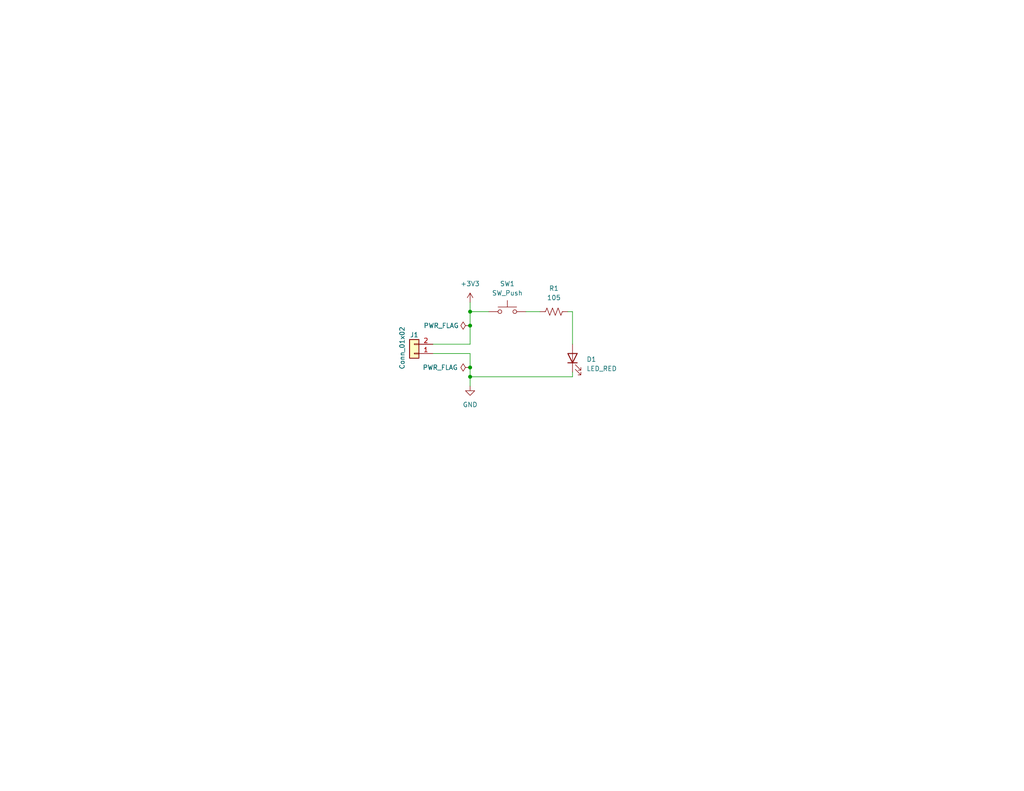
<source format=kicad_sch>
(kicad_sch (version 20231120) (generator "eeschema") (generator_version "8.0")
  (paper "USLetter")
  (title_block (title "Onboarding1ProjectSchem") (date "2025-09-12") (rev "0.0") (company "Illini Solar Car") (comment 1 "Designed By: Pedro Couto"))
  (lib_symbols
    (symbol "Connector_Generic:Conn_01x02" (pin_names (offset 1.016) hide)
      (property "Reference" "J" (at 0 2.54 0))
      (property "Value" "Conn_01x02" (at 0 -5.08 0))
      (symbol "Conn_01x02_1_1"
        (rectangle (start -1.27 -2.413) (end 0 -2.667) (stroke (width 0.1524)))
        (rectangle (start -1.27 0.127) (end 0 -0.127) (stroke (width 0.1524)))
        (rectangle (start -1.27 1.27) (end 1.27 -3.81) (stroke (width 0.254)) (fill (type background)))
        (pin passive line (at -5.08 0 0) (length 3.81) (name "Pin_1") (number "1"))
        (pin passive line (at -5.08 -2.54 0) (length 3.81) (name "Pin_2") (number "2"))
      )
    )
    (symbol "Device:LED" (pin_numbers hide) (pin_names (offset 1.016) hide)
      (property "Reference" "D" (at 0 2.54 0))
      (property "Value" "LED" (at 0 -2.54 0))
      (symbol "LED_0_1"
        (polyline (pts (xy -1.27 -1.27) (xy -1.27 1.27)) (stroke (width 0.254)))
        (polyline (pts (xy -1.27 0) (xy 1.27 0)))
        (polyline (pts (xy 1.27 -1.27) (xy 1.27 1.27) (xy -1.27 0) (xy 1.27 -1.27)) (stroke (width 0.254)))
        (polyline (pts (xy -3.048 -0.762) (xy -4.572 -2.286) (xy -3.81 -2.286) (xy -4.572 -2.286) (xy -4.572 -1.524)))
        (polyline (pts (xy -1.778 -0.762) (xy -3.302 -2.286) (xy -2.54 -2.286) (xy -3.302 -2.286) (xy -3.302 -1.524)))
      )
      (symbol "LED_1_1"
        (pin passive line (at -3.81 0 0) (length 2.54) (name "K") (number "1"))
        (pin passive line (at 3.81 0 180) (length 2.54) (name "A") (number "2"))
      )
    )
    (symbol "Device:R_US" (pin_numbers hide) (pin_names (offset 0))
      (property "Reference" "R" (at 2.54 0 90))
      (property "Value" "R_US" (at -2.54 0 90))
      (symbol "R_US_0_1"
        (polyline (pts (xy 0 -2.286) (xy 0 -2.54)))
        (polyline (pts (xy 0 2.286) (xy 0 2.54)))
        (polyline (pts (xy 0 -0.762) (xy 1.016 -1.143) (xy 0 -1.524) (xy -1.016 -1.905) (xy 0 -2.286)))
        (polyline (pts (xy 0 0.762) (xy 1.016 0.381) (xy 0 0) (xy -1.016 -0.381) (xy 0 -0.762)))
        (polyline (pts (xy 0 2.286) (xy 1.016 1.905) (xy 0 1.524) (xy -1.016 1.143) (xy 0 0.762)))
      )
      (symbol "R_US_1_1"
        (pin passive line (at 0 3.81 270) (length 1.27) (name "~") (number "1"))
        (pin passive line (at 0 -3.81 90) (length 1.27) (name "~") (number "2"))
      )
    )
    (symbol "Switch:SW_Push" (pin_numbers hide) (pin_names (offset 1.016) hide)
      (property "Reference" "SW" (at 1.27 2.54 0))
      (property "Value" "SW_Push" (at 0 -1.524 0))
      (symbol "SW_Push_0_1"
        (circle (center -2.032 0) (radius 0.508))
        (polyline (pts (xy 0 1.27) (xy 0 3.048)))
        (polyline (pts (xy 2.54 1.27) (xy -2.54 1.27)))
        (circle (center 2.032 0) (radius 0.508))
        (pin passive line (at -5.08 0 0) (length 2.54) (name "1") (number "1"))
        (pin passive line (at 5.08 0 180) (length 2.54) (name "2") (number "2"))
      )
    )
    (symbol "power:+3V3" (power) (pin_names (offset 0))
      (property "Value" "+3V3" (at 0 3.556 0))
      (symbol "+3V3_0_1"
        (polyline (pts (xy -0.762 1.27) (xy 0 2.54)))
        (polyline (pts (xy 0 0) (xy 0 2.54)))
        (polyline (pts (xy 0 2.54) (xy 0.762 1.27)))
      )
      (symbol "+3V3_1_1"
        (pin power_in line (at 0 0 90) (length 0) hide (name "+3V3") (number "1"))
      )
    )
    (symbol "power:GND" (power) (pin_names (offset 0))
      (property "Value" "GND" (at 0 -3.81 0))
      (symbol "GND_0_1"
        (polyline (pts (xy 0 0) (xy 0 -1.27) (xy 1.27 -1.27) (xy 0 -2.54) (xy -1.27 -1.27) (xy 0 -1.27)))
      )
      (symbol "GND_1_1"
        (pin power_in line (at 0 0 270) (length 0) hide (name "GND") (number "1"))
      )
    )
    (symbol "power:PWR_FLAG" (power) (pin_numbers hide) (pin_names (offset 0) hide)
      (property "Value" "PWR_FLAG" (at 0 3.81 0))
      (symbol "PWR_FLAG_0_0"
        (pin power_out line (at 0 0 90) (length 0) (name "pwr") (number "1"))
      )
      (symbol "PWR_FLAG_0_1"
        (polyline (pts (xy 0 0) (xy 0 1.27) (xy -1.016 1.905) (xy 0 2.54) (xy 1.016 1.905) (xy 0 1.27)))
      )
    )
  )
  (junction (at 128.27 102.87))
  (junction (at 128.27 88.9))
  (junction (at 128.27 85.09))
  (junction (at 128.27 100.33))
  (wire (pts (xy 128.27 96.52) (xy 128.27 100.33)))
  (wire (pts (xy 128.27 88.9) (xy 128.27 93.98)))
  (wire (pts (xy 128.27 82.55) (xy 128.27 85.09)))
  (wire (pts (xy 128.27 102.87) (xy 156.21 102.87)))
  (wire (pts (xy 118.11 96.52) (xy 128.27 96.52)))
  (wire (pts (xy 154.94 85.09) (xy 156.21 85.09)))
  (wire (pts (xy 128.27 85.09) (xy 128.27 88.9)))
  (wire (pts (xy 118.11 93.98) (xy 128.27 93.98)))
  (wire (pts (xy 128.27 85.09) (xy 133.35 85.09)))
  (wire (pts (xy 156.21 85.09) (xy 156.21 93.98)))
  (wire (pts (xy 143.51 85.09) (xy 147.32 85.09)))
  (wire (pts (xy 128.27 105.41) (xy 128.27 102.87)))
  (wire (pts (xy 156.21 101.6) (xy 156.21 102.87)))
  (wire (pts (xy 128.27 100.33) (xy 128.27 102.87)))
  (symbol (lib_id "power:GND") (at 128.27 105.41 0) (unit 1)
    (property "Reference" "#PWR02" (effects (hide yes)))
    (property "Value" "GND" (at 128.27 110.49 0))
    (property "Description" "Power symbol creates a global label with name \"GND\" , ground" (effects (hide yes)))
  )
  (symbol (lib_id "power:PWR_FLAG") (at 128.27 88.9 90) (unit 1)
    (property "Reference" "#FLG01" (effects (hide yes)))
    (property "Value" "PWR_FLAG" (at 125.222 88.9 90) (effects (justify left)))
    (property "Description" "Special symbol for telling ERC where power comes from" (effects (hide yes)))
  )
  (symbol (lib_id "Switch:SW_Push") (at 138.43 85.09 0) (unit 1)
    (property "Reference" "SW1" (at 138.43 77.47 0))
    (property "Value" "SW_Push" (at 138.43 80.01 0))
    (property "Footprint" "Button_Switch_SMD:SW_DIP_SPSTx01_Slide_6.7x4.1mm_W8.61mm_P2.54mm_LowProfile" (effects (hide yes)))
    (property "Datasheet" "~https://www.te.com/commerce/DocumentDelivery/DDEController?Action=srchrtrv&DocNm=1308111-1_SWITCHES_CORE_PROGRAM_CATALOG&DocType=Catalog%20Section&DocLang=English&DocFormat=pdf&PartCntxt=1825910-6" (effects (hide yes)))
    (property "Description" "Push button switch, generic, two pins" (effects (hide yes)))
    (property "MPN" "1825910-6" (effects (hide yes)))
  )
  (symbol (lib_id "power:PWR_FLAG") (at 128.27 100.33 90) (unit 1)
    (property "Reference" "#FLG02" (effects (hide yes)))
    (property "Value" "PWR_FLAG" (at 124.968 100.33 90) (effects (justify left)))
    (property "Description" "Special symbol for telling ERC where power comes from" (effects (hide yes)))
  )
  (symbol (lib_id "Connector_Generic:Conn_01x02") (at 113.03 96.52 180) (unit 1)
    (property "Reference" "J1" (at 113.03 91.44 0))
    (property "Value" "Conn_01x02" (at 109.728 94.996 90))
    (property "Footprint" "Connector_Molex:Molex_KK-254_AE-6410-02A_1x02_P2.54mm_Vertical" (effects (hide yes)))
    (property "Datasheet" "https://www.molex.com/content/dam/molex/molex-dot-com/products/automated/en-us/salesdrawingpdf/641/6410/022272021_sd.pdf?inline" (effects (hide yes)))
    (property "Description" "Generic connector, single row, 01x02, script generated (kicad-library-utils/schlib/autogen/connector/)" (effects (hide yes)))
    (property "MPN" "022272021" (effects (hide yes)))
  )
  (symbol (lib_id "Device:LED") (at 156.21 97.79 90) (unit 1)
    (property "Reference" "D1" (at 160.02 98.1074 90) (effects (justify right)))
    (property "Value" "LED_RED" (at 160.02 100.6474 90) (effects (justify right)))
    (property "Footprint" "layout:LED_0603_Symbol_on_F.SilkS" (effects (hide yes)))
    (property "Description" "Light emitting diode" (effects (hide yes)))
  )
  (symbol (lib_id "power:+3V3") (at 128.27 82.55 0) (unit 1)
    (property "Reference" "#PWR01" (effects (hide yes)))
    (property "Value" "+3V3" (at 128.27 77.47 0))
    (property "Description" "Power symbol creates a global label with name \"+3V3\"" (effects (hide yes)))
  )
  (symbol (lib_id "Device:R_US") (at 151.13 85.09 90) (unit 1)
    (property "Reference" "R1" (at 151.13 78.74 90))
    (property "Value" "105" (at 151.13 81.28 90))
    (property "Footprint" "Resistor_SMD:R_0603_1608Metric_Pad0.98x0.95mm_HandSolder" (effects (hide yes)))
    (property "Description" "Resistor, US symbol" (effects (hide yes)))
  )
)
</source>
